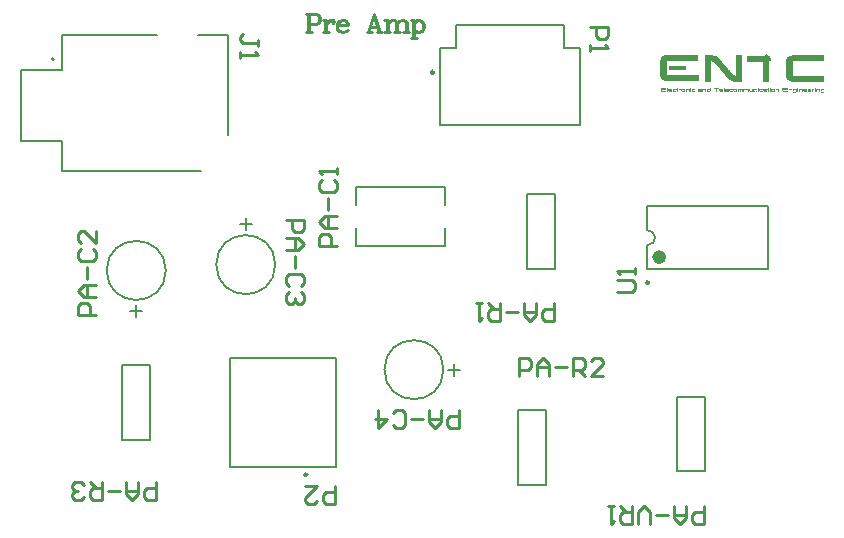
<source format=gto>
G04*
G04 #@! TF.GenerationSoftware,Altium Limited,Altium Designer,25.2.1 (25)*
G04*
G04 Layer_Color=65535*
%FSLAX25Y25*%
%MOIN*%
G70*
G04*
G04 #@! TF.SameCoordinates,850D5FA2-28C2-4C25-8C15-A94B59A84C3C*
G04*
G04*
G04 #@! TF.FilePolarity,Positive*
G04*
G01*
G75*
%ADD10C,0.00984*%
%ADD11C,0.00787*%
%ADD12C,0.02362*%
%ADD13C,0.00500*%
%ADD14C,0.01000*%
%ADD15C,0.00591*%
G36*
X307225Y463956D02*
Y463894D01*
Y463281D01*
X307164D01*
Y463342D01*
X301705D01*
Y463281D01*
X301643D01*
Y463342D01*
X301582D01*
Y463404D01*
X301643D01*
Y464630D01*
X301582D01*
Y464692D01*
X301643D01*
Y464753D01*
X307225D01*
Y463956D01*
D02*
G37*
G36*
X326057Y459478D02*
X323235D01*
Y459539D01*
X322867D01*
Y459600D01*
X322683D01*
Y459662D01*
X322499D01*
Y459723D01*
X322315D01*
Y459785D01*
X322192D01*
Y459846D01*
X322131D01*
Y459907D01*
X322008D01*
Y459969D01*
X321886D01*
Y460030D01*
X321824D01*
Y460091D01*
X321763D01*
Y460153D01*
X321640D01*
Y460214D01*
X321579D01*
Y460275D01*
X321517D01*
Y460337D01*
X321456D01*
Y460398D01*
X321395D01*
Y460459D01*
X321334D01*
Y460521D01*
X321272D01*
Y460582D01*
X321211D01*
Y460643D01*
X321149D01*
Y460766D01*
X321088D01*
Y460827D01*
X321027D01*
Y460889D01*
X320966D01*
Y460950D01*
X320904D01*
Y461011D01*
X320843D01*
Y461073D01*
X320781D01*
Y461195D01*
X320720D01*
Y461257D01*
X320659D01*
Y461318D01*
X320597D01*
Y461379D01*
X320536D01*
Y461441D01*
X320475D01*
Y461502D01*
X320413D01*
Y461625D01*
X320352D01*
Y461686D01*
X320291D01*
Y461747D01*
X320229D01*
Y461809D01*
X320168D01*
Y461870D01*
X320107D01*
Y461931D01*
X320045D01*
Y462054D01*
X319984D01*
Y462115D01*
X319923D01*
Y462177D01*
X319861D01*
Y462238D01*
X319800D01*
Y462299D01*
X319739D01*
Y462361D01*
X319677D01*
Y462484D01*
X319616D01*
Y462545D01*
X319555D01*
Y462606D01*
X319493D01*
Y462668D01*
X319432D01*
Y462729D01*
X319371D01*
Y462790D01*
X319309D01*
Y462913D01*
X319248D01*
Y462974D01*
X319187D01*
Y463036D01*
X319125D01*
Y463097D01*
X319064D01*
Y463158D01*
X319003D01*
Y463220D01*
X318941D01*
Y463342D01*
X318880D01*
Y463404D01*
X318819D01*
Y463465D01*
X318757D01*
Y463526D01*
X318696D01*
Y463588D01*
X318635D01*
Y463649D01*
X318573D01*
Y463772D01*
X318512D01*
Y463833D01*
X318450D01*
Y463894D01*
X318389D01*
Y463956D01*
X318328D01*
Y464017D01*
X318267D01*
Y464078D01*
X318205D01*
Y464201D01*
X318144D01*
Y464262D01*
X318082D01*
Y464324D01*
X318021D01*
Y464385D01*
X317960D01*
Y464446D01*
X317899D01*
Y464508D01*
X317837D01*
Y464630D01*
X317776D01*
Y464692D01*
X317714D01*
Y464753D01*
X317653D01*
Y464814D01*
X317592D01*
Y464876D01*
X317530D01*
Y464937D01*
X317469D01*
Y465060D01*
X317408D01*
Y465121D01*
X317346D01*
Y465182D01*
X317285D01*
Y465244D01*
X317224D01*
Y465305D01*
X317162D01*
Y465367D01*
X317101D01*
Y465489D01*
X317040D01*
Y465551D01*
X316978D01*
Y465612D01*
X316917D01*
Y465673D01*
X316856D01*
Y465734D01*
X316794D01*
Y465796D01*
X316733D01*
Y465857D01*
X316610D01*
Y465919D01*
X316549D01*
Y465980D01*
X316426D01*
Y466041D01*
X316365D01*
Y466103D01*
X316181D01*
Y466164D01*
X315997D01*
Y466225D01*
X315629D01*
Y459478D01*
X313543D01*
Y468250D01*
X316426D01*
Y468188D01*
X316733D01*
Y468127D01*
X316917D01*
Y468066D01*
X317101D01*
Y468004D01*
X317224D01*
Y467943D01*
X317346D01*
Y467881D01*
X317469D01*
Y467820D01*
X317530D01*
Y467759D01*
X317653D01*
Y467697D01*
X317714D01*
Y467636D01*
X317837D01*
Y467575D01*
X317899D01*
Y467513D01*
X317960D01*
Y467452D01*
X318021D01*
Y467391D01*
X318082D01*
Y467329D01*
X318144D01*
Y467268D01*
X318205D01*
Y467207D01*
X318267D01*
Y467145D01*
X318328D01*
Y467084D01*
X318389D01*
Y467023D01*
X318450D01*
Y466961D01*
X318512D01*
Y466900D01*
X318573D01*
Y466777D01*
X318635D01*
Y466716D01*
X318696D01*
Y466655D01*
X318757D01*
Y466593D01*
X318819D01*
Y466532D01*
X318880D01*
Y466471D01*
X318941D01*
Y466348D01*
X319003D01*
Y466287D01*
X319064D01*
Y466225D01*
X319125D01*
Y466164D01*
X319187D01*
Y466103D01*
X319248D01*
Y466041D01*
X319309D01*
Y465980D01*
X319371D01*
Y465857D01*
X319432D01*
Y465796D01*
X319493D01*
Y465734D01*
X319555D01*
Y465673D01*
X319616D01*
Y465612D01*
X319677D01*
Y465551D01*
X319739D01*
Y465489D01*
X319800D01*
Y465367D01*
X319861D01*
Y465305D01*
X319923D01*
Y465244D01*
X319984D01*
Y465182D01*
X320045D01*
Y465121D01*
X320107D01*
Y465060D01*
X320168D01*
Y464937D01*
X320229D01*
Y464876D01*
X320291D01*
Y464814D01*
X320352D01*
Y464753D01*
X320413D01*
Y464692D01*
X320475D01*
Y464630D01*
X320536D01*
Y464569D01*
X320597D01*
Y464446D01*
X320659D01*
Y464385D01*
X320720D01*
Y464324D01*
X320781D01*
Y464262D01*
X320843D01*
Y464201D01*
X320904D01*
Y464140D01*
X320966D01*
Y464017D01*
X321027D01*
Y463956D01*
X321088D01*
Y463894D01*
X321149D01*
Y463833D01*
X321211D01*
Y463772D01*
X321272D01*
Y463710D01*
X321334D01*
Y463649D01*
X321395D01*
Y463526D01*
X321456D01*
Y463465D01*
X321517D01*
Y463404D01*
X321579D01*
Y463342D01*
X321640D01*
Y463281D01*
X321702D01*
Y463220D01*
X321763D01*
Y463097D01*
X321824D01*
Y463036D01*
X321886D01*
Y462974D01*
X321947D01*
Y462913D01*
X322008D01*
Y462852D01*
X322070D01*
Y462790D01*
X322131D01*
Y462729D01*
X322192D01*
Y462606D01*
X322254D01*
Y462545D01*
X322315D01*
Y462484D01*
X322376D01*
Y462422D01*
X322438D01*
Y462361D01*
X322499D01*
Y462299D01*
X322560D01*
Y462177D01*
X322622D01*
Y462115D01*
X322683D01*
Y462054D01*
X322744D01*
Y461993D01*
X322806D01*
Y461931D01*
X322928D01*
Y461870D01*
X322990D01*
Y461809D01*
X323051D01*
Y461747D01*
X323174D01*
Y461686D01*
X323296D01*
Y461625D01*
X323419D01*
Y461563D01*
X323603D01*
Y461502D01*
X323971D01*
Y468250D01*
X326057D01*
Y459478D01*
D02*
G37*
G36*
X311396Y466409D02*
X301214D01*
Y466348D01*
X301091D01*
Y466287D01*
X300969D01*
Y466164D01*
X300907D01*
Y461870D01*
X300969D01*
Y461809D01*
X301030D01*
Y461747D01*
X301153D01*
Y461686D01*
X311396D01*
Y461625D01*
X311458D01*
Y459662D01*
X311396D01*
Y459600D01*
X301214D01*
Y459662D01*
X300539D01*
Y459723D01*
X300294D01*
Y459785D01*
X300048D01*
Y459846D01*
X299864D01*
Y459907D01*
X299742D01*
Y459969D01*
X299619D01*
Y460030D01*
X299558D01*
Y460091D01*
X299435D01*
Y460153D01*
X299374D01*
Y460214D01*
X299312D01*
Y460275D01*
X299251D01*
Y460337D01*
X299190D01*
Y460398D01*
X299128D01*
Y460459D01*
X299067D01*
Y460582D01*
X299006D01*
Y460705D01*
X298944D01*
Y460827D01*
X298883D01*
Y460950D01*
X298822D01*
Y461195D01*
X298760D01*
Y466839D01*
X298822D01*
Y467084D01*
X298883D01*
Y467268D01*
X298944D01*
Y467391D01*
X299006D01*
Y467513D01*
X299067D01*
Y467575D01*
X299128D01*
Y467636D01*
X299190D01*
Y467759D01*
X299251D01*
Y467820D01*
X299374D01*
Y467881D01*
X299435D01*
Y467943D01*
X299496D01*
Y468004D01*
X299619D01*
Y468066D01*
X299680D01*
Y468127D01*
X299803D01*
Y468188D01*
X299987D01*
Y468250D01*
X300171D01*
Y468311D01*
X300416D01*
Y468372D01*
X300846D01*
Y468434D01*
X311396D01*
Y466409D01*
D02*
G37*
G36*
X353292Y466225D02*
X343048D01*
Y466164D01*
X342925D01*
Y466103D01*
X342864D01*
Y466041D01*
X342803D01*
Y465980D01*
Y465919D01*
Y461686D01*
X342864D01*
Y461625D01*
X342925D01*
Y461563D01*
X343048D01*
Y461502D01*
X353353D01*
Y459478D01*
X342619D01*
Y459539D01*
X342250D01*
Y459600D01*
X342005D01*
Y459662D01*
X341821D01*
Y459723D01*
X341699D01*
Y459785D01*
X341576D01*
Y459846D01*
X341453D01*
Y459907D01*
X341392D01*
Y459969D01*
X341269D01*
Y460030D01*
X341208D01*
Y460091D01*
X341146D01*
Y460153D01*
X341085D01*
Y460214D01*
X341024D01*
Y460337D01*
X340962D01*
Y460398D01*
X340901D01*
Y460521D01*
X340840D01*
Y460643D01*
X340778D01*
Y460827D01*
X340717D01*
Y461011D01*
X340656D01*
Y461563D01*
X340594D01*
Y466164D01*
X340656D01*
Y466716D01*
X340717D01*
Y466961D01*
X340778D01*
Y467084D01*
X340840D01*
Y467207D01*
X340901D01*
Y467329D01*
X340962D01*
Y467452D01*
X341024D01*
Y467513D01*
X341085D01*
Y467575D01*
X341146D01*
Y467636D01*
X341208D01*
Y467697D01*
X341269D01*
Y467759D01*
X341330D01*
Y467820D01*
X341453D01*
Y467881D01*
X341576D01*
Y467943D01*
X341637D01*
Y468004D01*
X341821D01*
Y468066D01*
X342005D01*
Y468127D01*
X342189D01*
Y468188D01*
X342557D01*
Y468250D01*
X353292D01*
Y466225D01*
D02*
G37*
G36*
X333908Y468617D02*
X334031D01*
Y468556D01*
X334215D01*
Y468495D01*
X334338D01*
Y468434D01*
X334460D01*
Y468372D01*
X334522D01*
Y468311D01*
X334644D01*
Y468250D01*
X334706D01*
Y468188D01*
X334767D01*
Y468127D01*
X334890D01*
Y468066D01*
X334951D01*
Y468004D01*
X335012D01*
Y467943D01*
X335074D01*
Y467881D01*
X335135D01*
Y467820D01*
X335196D01*
Y467697D01*
X335258D01*
Y467636D01*
X335319D01*
Y467575D01*
X335380D01*
Y467452D01*
X335442D01*
Y467329D01*
X335503D01*
Y467207D01*
X335564D01*
Y467084D01*
X335626D01*
Y466900D01*
X335687D01*
Y466777D01*
Y466716D01*
Y466593D01*
X335749D01*
Y466225D01*
X335012D01*
Y459233D01*
X332866D01*
Y465980D01*
X327713D01*
Y468004D01*
X333601D01*
Y468127D01*
X333663D01*
Y468311D01*
X333724D01*
Y468495D01*
X333786D01*
Y468617D01*
X333847D01*
Y468679D01*
X333908D01*
Y468617D01*
D02*
G37*
G36*
X350470Y457208D02*
X350163D01*
Y457392D01*
X350470D01*
Y457208D01*
D02*
G37*
G36*
X344704D02*
X344397D01*
Y457392D01*
X344704D01*
Y457208D01*
D02*
G37*
G36*
X335442D02*
X335135D01*
Y457392D01*
X335442D01*
Y457208D01*
D02*
G37*
G36*
X331577Y457331D02*
Y457270D01*
X331516D01*
Y457208D01*
X331271D01*
Y457270D01*
X331209D01*
Y457392D01*
X331577D01*
Y457331D01*
D02*
G37*
G36*
X309004D02*
Y457270D01*
Y457208D01*
X308697D01*
Y457392D01*
X309004D01*
Y457331D01*
D02*
G37*
G36*
X318328Y457086D02*
X318267D01*
Y457147D01*
X317653D01*
Y457086D01*
X317592D01*
Y456779D01*
Y456717D01*
Y456166D01*
X317285D01*
Y457086D01*
X317224D01*
Y457147D01*
X316610D01*
Y457086D01*
X316549D01*
Y457147D01*
X316488D01*
Y457392D01*
X318328D01*
Y457086D01*
D02*
G37*
G36*
X300723Y457147D02*
X300662D01*
Y457086D01*
X300601D01*
Y457147D01*
X299251D01*
Y457086D01*
X299190D01*
Y456902D01*
X300723D01*
Y456656D01*
X300662D01*
Y456595D01*
X299190D01*
Y456411D01*
X300723D01*
Y456166D01*
X299006D01*
Y456227D01*
X298944D01*
Y456288D01*
X298883D01*
Y457270D01*
X298944D01*
Y457331D01*
X299067D01*
Y457392D01*
X300723D01*
Y457147D01*
D02*
G37*
G36*
X329553Y456288D02*
X329492D01*
Y456227D01*
X329430D01*
Y456166D01*
X328449D01*
Y456227D01*
X328326D01*
Y456350D01*
X328265D01*
Y457024D01*
X328633D01*
Y456963D01*
X328572D01*
Y456411D01*
X329246D01*
Y457024D01*
X329553D01*
Y456288D01*
D02*
G37*
G36*
X351697Y457024D02*
X351820D01*
Y456963D01*
X351881D01*
Y456902D01*
X351942D01*
Y456166D01*
X351636D01*
Y456779D01*
X351574D01*
Y456840D01*
X350961D01*
Y456166D01*
X350593D01*
Y457024D01*
X350654D01*
Y457086D01*
X351697D01*
Y457024D01*
D02*
G37*
G36*
X350470Y456166D02*
X350163D01*
Y456472D01*
Y456533D01*
Y457086D01*
X350470D01*
Y456166D01*
D02*
G37*
G36*
X350041Y456840D02*
X349550D01*
Y456779D01*
X349489D01*
Y456411D01*
Y456350D01*
Y456227D01*
X349550D01*
Y456166D01*
X349182D01*
Y456840D01*
X349243D01*
Y456963D01*
X349305D01*
Y457024D01*
X349427D01*
Y457086D01*
X350041D01*
Y456840D01*
D02*
G37*
G36*
X348875Y457024D02*
X348998D01*
Y456595D01*
X348937D01*
Y456533D01*
X348078D01*
Y456411D01*
X348998D01*
Y456166D01*
X347894D01*
Y456227D01*
X347832D01*
Y456350D01*
X347771D01*
Y456902D01*
X347832D01*
Y457024D01*
X347955D01*
Y457086D01*
X348875D01*
Y457024D01*
D02*
G37*
G36*
X347464D02*
X347587D01*
Y456595D01*
X347526D01*
Y456533D01*
X346667D01*
Y456411D01*
X347526D01*
Y456350D01*
X347587D01*
Y456166D01*
X346483D01*
Y456227D01*
X346422D01*
Y456288D01*
X346360D01*
Y456902D01*
X346422D01*
Y457024D01*
X346544D01*
Y457086D01*
X347464D01*
Y457024D01*
D02*
G37*
G36*
X345992D02*
X346115D01*
Y456963D01*
X346176D01*
Y456166D01*
X345870D01*
Y456533D01*
Y456595D01*
Y456840D01*
X345195D01*
Y456166D01*
X344888D01*
Y457086D01*
X345992D01*
Y457024D01*
D02*
G37*
G36*
X344704Y456166D02*
X344397D01*
Y457086D01*
X344704D01*
Y456166D01*
D02*
G37*
G36*
X342557Y457024D02*
X342680D01*
Y456963D01*
X342741D01*
Y456166D01*
X342435D01*
Y456840D01*
X341760D01*
Y456166D01*
X341453D01*
Y457086D01*
X342557D01*
Y457024D01*
D02*
G37*
G36*
X341269Y457147D02*
X339797D01*
Y457086D01*
X339736D01*
Y456902D01*
X341269D01*
Y456595D01*
X339736D01*
Y456411D01*
X341269D01*
Y456166D01*
X339551D01*
Y456227D01*
X339490D01*
Y456288D01*
X339429D01*
Y457270D01*
X339490D01*
Y457331D01*
X339613D01*
Y457392D01*
X341269D01*
Y457147D01*
D02*
G37*
G36*
X338202Y457024D02*
X338325D01*
Y456963D01*
X338386D01*
Y456166D01*
X338079D01*
Y456840D01*
X337405D01*
Y456288D01*
Y456227D01*
Y456166D01*
X337098D01*
Y457086D01*
X338202D01*
Y457024D01*
D02*
G37*
G36*
X336730D02*
X336853D01*
Y456963D01*
X336914D01*
Y456288D01*
X336853D01*
Y456227D01*
X336791D01*
Y456166D01*
X335749D01*
Y456227D01*
X335687D01*
Y456288D01*
X335626D01*
Y456902D01*
X335687D01*
Y456963D01*
X335749D01*
Y457024D01*
X335871D01*
Y457086D01*
X336730D01*
Y457024D01*
D02*
G37*
G36*
X335442Y456166D02*
X335135D01*
Y457086D01*
X335442D01*
Y456166D01*
D02*
G37*
G36*
X334828Y457086D02*
X335012D01*
Y456840D01*
X334828D01*
Y456166D01*
X334522D01*
Y456840D01*
X334399D01*
Y456902D01*
X334338D01*
Y457024D01*
X334399D01*
Y457086D01*
X334522D01*
Y457331D01*
X334828D01*
Y457086D01*
D02*
G37*
G36*
X334092Y457024D02*
X334215D01*
Y456902D01*
X334276D01*
Y456288D01*
X334215D01*
Y456227D01*
X334154D01*
Y456166D01*
X333111D01*
Y456227D01*
X333050D01*
Y456595D01*
X333111D01*
Y456656D01*
X333233D01*
Y456717D01*
X333970D01*
Y456840D01*
X333050D01*
Y457086D01*
X334092D01*
Y457024D01*
D02*
G37*
G36*
X332866D02*
Y456840D01*
X332068D01*
Y456411D01*
X332866D01*
Y456166D01*
X331884D01*
Y456227D01*
X331823D01*
Y456288D01*
X331761D01*
Y456963D01*
X331823D01*
Y457024D01*
X331945D01*
Y457086D01*
X332866D01*
Y457024D01*
D02*
G37*
G36*
X331516D02*
X331577D01*
Y456166D01*
X331209D01*
Y456288D01*
Y456350D01*
Y457024D01*
X331271D01*
Y457086D01*
X331516D01*
Y457024D01*
D02*
G37*
G36*
X330841D02*
X330964D01*
Y456963D01*
X331025D01*
Y456902D01*
X331087D01*
Y456533D01*
Y456472D01*
Y456166D01*
X330719D01*
Y456227D01*
X330780D01*
Y456779D01*
X330719D01*
Y456840D01*
X330105D01*
Y456779D01*
X330044D01*
Y456227D01*
X330105D01*
Y456166D01*
X329737D01*
Y457086D01*
X330841D01*
Y457024D01*
D02*
G37*
G36*
X327897D02*
X328020D01*
Y456963D01*
X328081D01*
Y456902D01*
X328142D01*
Y456166D01*
X327774D01*
Y456227D01*
X327836D01*
Y456779D01*
X327774D01*
Y456840D01*
X327406D01*
Y456166D01*
X327099D01*
Y456840D01*
X326731D01*
Y456166D01*
X326363D01*
Y456227D01*
X326425D01*
Y457086D01*
X327897D01*
Y457024D01*
D02*
G37*
G36*
X325995D02*
X326118D01*
Y456963D01*
X326179D01*
Y456227D01*
X326241D01*
Y456166D01*
X325873D01*
Y456840D01*
X325505D01*
Y456779D01*
Y456166D01*
X325198D01*
Y456840D01*
X324769D01*
Y456166D01*
X324462D01*
Y457086D01*
X325995D01*
Y457024D01*
D02*
G37*
G36*
X324094D02*
X324217D01*
Y456963D01*
X324278D01*
Y456840D01*
X324339D01*
Y456411D01*
X324278D01*
Y456227D01*
X324155D01*
Y456166D01*
X323112D01*
Y456227D01*
X323051D01*
Y456350D01*
X322990D01*
Y456902D01*
X323051D01*
Y456963D01*
X323112D01*
Y457024D01*
X323235D01*
Y457086D01*
X324094D01*
Y457024D01*
D02*
G37*
G36*
X322806Y456840D02*
X322008D01*
Y456411D01*
X322806D01*
Y456350D01*
X322867D01*
Y456166D01*
X321824D01*
Y456227D01*
X321763D01*
Y456288D01*
X321702D01*
Y456902D01*
X321763D01*
Y457024D01*
X321886D01*
Y457086D01*
X322806D01*
Y456840D01*
D02*
G37*
G36*
X321395Y457024D02*
X321517D01*
Y456595D01*
X321456D01*
Y456533D01*
X320597D01*
Y456411D01*
X321517D01*
Y456166D01*
X320413D01*
Y456227D01*
X320352D01*
Y456350D01*
X320291D01*
Y456902D01*
X320352D01*
Y457024D01*
X320475D01*
Y457086D01*
X321395D01*
Y457024D01*
D02*
G37*
G36*
X320107Y456166D02*
X319800D01*
Y456595D01*
Y456656D01*
Y457392D01*
X320107D01*
Y456166D01*
D02*
G37*
G36*
X319493Y457024D02*
X319555D01*
Y456963D01*
X319616D01*
Y456595D01*
X319493D01*
Y456533D01*
X318696D01*
Y456411D01*
X319555D01*
Y456350D01*
X319616D01*
Y456166D01*
X318512D01*
Y456227D01*
X318450D01*
Y456288D01*
X318389D01*
Y456350D01*
Y456963D01*
X318450D01*
Y457024D01*
X318573D01*
Y457086D01*
X319493D01*
Y457024D01*
D02*
G37*
G36*
X315506Y456288D02*
X315445D01*
Y456227D01*
X315384D01*
Y456166D01*
X314341D01*
Y456227D01*
X314279D01*
Y456288D01*
X314218D01*
Y456902D01*
X314279D01*
Y457024D01*
X314402D01*
Y457086D01*
X315199D01*
Y457392D01*
X315506D01*
Y456288D01*
D02*
G37*
G36*
X313789Y457024D02*
X313911D01*
Y456963D01*
X313973D01*
Y456902D01*
X314034D01*
Y456166D01*
X313727D01*
Y456779D01*
X313666D01*
Y456840D01*
X313053D01*
Y456166D01*
X312684D01*
Y457024D01*
X312746D01*
Y457086D01*
X313789D01*
Y457024D01*
D02*
G37*
G36*
X312378D02*
X312501D01*
Y456902D01*
X312562D01*
Y456288D01*
X312501D01*
Y456227D01*
X312439D01*
Y456166D01*
X311396D01*
Y456227D01*
X311335D01*
Y456533D01*
Y456595D01*
X311396D01*
Y456656D01*
X311519D01*
Y456717D01*
X312255D01*
Y456779D01*
X312194D01*
Y456840D01*
X311335D01*
Y457086D01*
X312378D01*
Y457024D01*
D02*
G37*
G36*
X310354Y456840D02*
X309556D01*
Y456779D01*
X309495D01*
Y456411D01*
X310292D01*
Y456350D01*
X310354D01*
Y456166D01*
X309311D01*
Y456227D01*
X309249D01*
Y456350D01*
X309188D01*
Y456840D01*
X309249D01*
Y456963D01*
X309311D01*
Y457024D01*
X309434D01*
Y457086D01*
X310354D01*
Y456840D01*
D02*
G37*
G36*
X309004Y456166D02*
X308697D01*
Y457086D01*
X309004D01*
Y456166D01*
D02*
G37*
G36*
X308329Y457024D02*
X308391D01*
Y456963D01*
X308452D01*
Y456902D01*
X308513D01*
Y456166D01*
X308207D01*
Y456840D01*
X307532D01*
Y456166D01*
X307225D01*
Y457086D01*
X308329D01*
Y457024D01*
D02*
G37*
G36*
X306857D02*
X306919D01*
Y456963D01*
X306980D01*
Y456902D01*
X307041D01*
Y456288D01*
X306980D01*
Y456227D01*
X306919D01*
Y456166D01*
X305876D01*
Y456227D01*
X305814D01*
Y456288D01*
X305753D01*
Y456533D01*
Y456595D01*
Y456963D01*
X305814D01*
Y457024D01*
X305937D01*
Y457086D01*
X306857D01*
Y457024D01*
D02*
G37*
G36*
X305630Y456840D02*
X305140D01*
Y456779D01*
X305078D01*
Y456472D01*
Y456411D01*
Y456166D01*
X304772D01*
Y456902D01*
X304833D01*
Y456963D01*
X304894D01*
Y457024D01*
X305017D01*
Y457086D01*
X305630D01*
Y456840D01*
D02*
G37*
G36*
X304465Y457086D02*
X304649D01*
Y456840D01*
X304465D01*
Y456166D01*
X304158D01*
Y456227D01*
X304220D01*
Y456779D01*
X304158D01*
Y456840D01*
X304036D01*
Y457086D01*
X304158D01*
Y457147D01*
X304220D01*
Y457270D01*
X304158D01*
Y457331D01*
X304465D01*
Y457086D01*
D02*
G37*
G36*
X303913Y456840D02*
X303116D01*
Y456411D01*
X303913D01*
Y456166D01*
X302931D01*
Y456227D01*
X302870D01*
Y456288D01*
X302809D01*
Y456902D01*
Y456963D01*
X302870D01*
Y457024D01*
X302993D01*
Y457086D01*
X303913D01*
Y456840D01*
D02*
G37*
G36*
X302502Y457024D02*
X302563D01*
Y456963D01*
X302625D01*
Y456656D01*
X302563D01*
Y456595D01*
X302502D01*
Y456533D01*
X301705D01*
Y456411D01*
X302563D01*
Y456350D01*
X302625D01*
Y456166D01*
X301521D01*
Y456227D01*
X301459D01*
Y456288D01*
X301398D01*
Y456779D01*
Y456840D01*
Y456963D01*
X301459D01*
Y457024D01*
X301582D01*
Y457086D01*
X302502D01*
Y457024D01*
D02*
G37*
G36*
X301214Y456595D02*
Y456533D01*
Y456166D01*
X300907D01*
Y457392D01*
X301214D01*
Y456595D01*
D02*
G37*
G36*
X353230Y457024D02*
X353353D01*
Y456963D01*
X353414D01*
Y455981D01*
X353353D01*
Y455920D01*
X353292D01*
Y455859D01*
X352188D01*
Y456104D01*
X353108D01*
Y456288D01*
X352249D01*
Y456350D01*
X352188D01*
Y456411D01*
X352126D01*
Y456595D01*
Y456656D01*
Y456963D01*
X352188D01*
Y457024D01*
X352310D01*
Y457086D01*
X353230D01*
Y457024D01*
D02*
G37*
G36*
X344029D02*
X344152D01*
Y456963D01*
X344213D01*
Y455981D01*
X344152D01*
Y455920D01*
X344091D01*
Y455859D01*
X342987D01*
Y456104D01*
X343907D01*
Y456288D01*
X343048D01*
Y456350D01*
X342987D01*
Y456411D01*
X342925D01*
Y456963D01*
X342987D01*
Y457024D01*
X343109D01*
Y457086D01*
X344029D01*
Y457024D01*
D02*
G37*
%LPC*%
G36*
X348691Y456840D02*
X348139D01*
Y456779D01*
X348078D01*
Y456717D01*
X348691D01*
Y456840D01*
D02*
G37*
G36*
X347280D02*
X346728D01*
Y456779D01*
X346667D01*
Y456717D01*
X347280D01*
Y456840D01*
D02*
G37*
G36*
X336607D02*
X335932D01*
Y456411D01*
X336607D01*
Y456840D01*
D02*
G37*
G36*
X333970Y456533D02*
X333356D01*
Y456411D01*
X333970D01*
Y456533D01*
D02*
G37*
G36*
X323971Y456840D02*
X323358D01*
Y456779D01*
X323296D01*
Y456411D01*
X323971D01*
Y456779D01*
Y456840D01*
D02*
G37*
G36*
X321211D02*
X320659D01*
Y456779D01*
X320597D01*
Y456717D01*
X321211D01*
Y456840D01*
D02*
G37*
G36*
X319309D02*
X318696D01*
Y456717D01*
X319309D01*
Y456840D01*
D02*
G37*
G36*
X315199D02*
X314525D01*
Y456779D01*
Y456717D01*
Y456411D01*
X315199D01*
Y456840D01*
D02*
G37*
G36*
X312255Y456533D02*
X311642D01*
Y456411D01*
X312255D01*
Y456533D01*
D02*
G37*
G36*
X306734Y456840D02*
X306060D01*
Y456411D01*
X306734D01*
Y456840D01*
D02*
G37*
G36*
X302318D02*
X301705D01*
Y456717D01*
X302318D01*
Y456840D01*
D02*
G37*
G36*
X353108D02*
X352433D01*
Y456533D01*
X353108D01*
Y456840D01*
D02*
G37*
G36*
X343907D02*
X343232D01*
Y456533D01*
X343907D01*
Y456840D01*
D02*
G37*
%LPD*%
D10*
X223256Y462606D02*
G03*
X223256Y462606I-492J0D01*
G01*
X294874Y392500D02*
G03*
X294874Y392500I-492J0D01*
G01*
X180992Y328520D02*
G03*
X180992Y328520I-492J0D01*
G01*
D11*
X294421Y405000D02*
G03*
X294421Y410000I0J2500D01*
G01*
X226406Y363500D02*
G03*
X226406Y363500I-9843J0D01*
G01*
X170343Y398500D02*
G03*
X170343Y398500I-9843J0D01*
G01*
X133843Y396563D02*
G03*
X133843Y396563I-9843J0D01*
G01*
X96546Y466948D02*
G03*
X96546Y466948I-394J0D01*
G01*
X230441Y478354D02*
X266740D01*
Y470874D02*
Y478354D01*
Y470874D02*
X271858D01*
Y444890D02*
Y470874D01*
X225323Y444890D02*
X271858D01*
X225323D02*
Y470874D01*
X230441D01*
Y478354D01*
X304276Y329598D02*
X313724D01*
X304276D02*
Y354402D01*
X313724Y329598D02*
Y354402D01*
X304276D02*
X313724D01*
X294421Y397067D02*
X334579D01*
X294421Y417933D02*
X334579D01*
X294421Y397067D02*
Y405000D01*
Y410000D02*
Y417933D01*
X334579Y397067D02*
Y417933D01*
X251276Y349902D02*
X260724D01*
Y325098D02*
Y349902D01*
X251276Y325098D02*
Y349902D01*
Y325098D02*
X260724D01*
X254276Y397098D02*
X263724D01*
X254276D02*
Y421902D01*
X263724Y397098D02*
Y421902D01*
X254276D02*
X263724D01*
X155264Y331079D02*
X190736D01*
Y367496D01*
X155264D02*
X190736D01*
X155264Y331079D02*
Y367496D01*
X226764Y404658D02*
Y410760D01*
Y418240D02*
Y424342D01*
X197236D02*
X226764D01*
X197236Y404658D02*
Y410760D01*
Y418240D02*
Y424342D01*
Y404658D02*
X226764D01*
X119276Y340098D02*
X128724D01*
X119276D02*
Y364902D01*
X128724Y340098D02*
Y364902D01*
X119276D02*
X128724D01*
D12*
X299539Y401004D02*
G03*
X299539Y401004I-1181J0D01*
G01*
D13*
X85551Y463327D02*
X99331D01*
Y475138D01*
X130827D01*
X144606D02*
X154449D01*
Y441673D02*
Y475138D01*
X99331Y429862D02*
X145591D01*
X99331D02*
Y439705D01*
X85551D02*
X99331D01*
X85551D02*
Y463327D01*
D14*
X181357Y481998D02*
Y476000D01*
X181643Y481998D02*
Y476000D01*
X180500Y481998D02*
X183928D01*
X184785Y481713D01*
X185071Y481427D01*
X185356Y480856D01*
Y479999D01*
X185071Y479427D01*
X184785Y479142D01*
X183928Y478856D01*
X181643D01*
X183928Y481998D02*
X184499Y481713D01*
X184785Y481427D01*
X185071Y480856D01*
Y479999D01*
X184785Y479427D01*
X184499Y479142D01*
X183928Y478856D01*
X180500Y476000D02*
X182500D01*
X187013Y479999D02*
Y476000D01*
X187299Y479999D02*
Y476000D01*
Y478285D02*
X187584Y479142D01*
X188155Y479713D01*
X188727Y479999D01*
X189584D01*
X189869Y479713D01*
Y479427D01*
X189584Y479142D01*
X189298Y479427D01*
X189584Y479713D01*
X186156Y479999D02*
X187299D01*
X186156Y476000D02*
X188155D01*
X191069Y478285D02*
X194497D01*
Y478856D01*
X194211Y479427D01*
X193926Y479713D01*
X193354Y479999D01*
X192497D01*
X191640Y479713D01*
X191069Y479142D01*
X190784Y478285D01*
Y477713D01*
X191069Y476857D01*
X191640Y476285D01*
X192497Y476000D01*
X193069D01*
X193926Y476285D01*
X194497Y476857D01*
X194211Y478285D02*
Y479142D01*
X193926Y479713D01*
X192497Y479999D02*
X191926Y479713D01*
X191355Y479142D01*
X191069Y478285D01*
Y477713D01*
X191355Y476857D01*
X191926Y476285D01*
X192497Y476000D01*
X203381Y481998D02*
X201381Y476000D01*
X203381Y481998D02*
X205380Y476000D01*
X203381Y481141D02*
X205095Y476000D01*
X201953Y477713D02*
X204523D01*
X200810Y476000D02*
X202524D01*
X204238D02*
X205952D01*
X207580Y479999D02*
Y476000D01*
X207866Y479999D02*
Y476000D01*
Y479142D02*
X208437Y479713D01*
X209294Y479999D01*
X209865D01*
X210722Y479713D01*
X211008Y479142D01*
Y476000D01*
X209865Y479999D02*
X210436Y479713D01*
X210722Y479142D01*
Y476000D01*
X211008Y479142D02*
X211579Y479713D01*
X212436Y479999D01*
X213007D01*
X213864Y479713D01*
X214150Y479142D01*
Y476000D01*
X213007Y479999D02*
X213579Y479713D01*
X213864Y479142D01*
Y476000D01*
X206723Y479999D02*
X207866D01*
X206723Y476000D02*
X208722D01*
X209865D02*
X211865D01*
X213007D02*
X215007D01*
X216321Y479999D02*
Y474000D01*
X216606Y479999D02*
Y474000D01*
Y479142D02*
X217178Y479713D01*
X217749Y479999D01*
X218320D01*
X219177Y479713D01*
X219749Y479142D01*
X220034Y478285D01*
Y477713D01*
X219749Y476857D01*
X219177Y476285D01*
X218320Y476000D01*
X217749D01*
X217178Y476285D01*
X216606Y476857D01*
X218320Y479999D02*
X218892Y479713D01*
X219463Y479142D01*
X219749Y478285D01*
Y477713D01*
X219463Y476857D01*
X218892Y476285D01*
X218320Y476000D01*
X215464Y479999D02*
X216606D01*
X215464Y474000D02*
X217463D01*
X284352Y389350D02*
X289350D01*
X290350Y390350D01*
Y392349D01*
X289350Y393349D01*
X284352D01*
X290350Y395348D02*
Y397347D01*
Y396348D01*
X284352D01*
X285352Y395348D01*
X313250Y318150D02*
Y312152D01*
X310251D01*
X309251Y313152D01*
Y315151D01*
X310251Y316151D01*
X313250D01*
X307252Y318150D02*
Y314151D01*
X305253Y312152D01*
X303253Y314151D01*
Y318150D01*
Y315151D01*
X307252D01*
X301254D02*
X297255D01*
X295256Y312152D02*
Y316151D01*
X293256Y318150D01*
X291257Y316151D01*
Y312152D01*
X289258Y318150D02*
Y312152D01*
X286259D01*
X285259Y313152D01*
Y315151D01*
X286259Y316151D01*
X289258D01*
X287258D02*
X285259Y318150D01*
X283260D02*
X281260D01*
X282260D01*
Y312152D01*
X283260Y313152D01*
X130496Y325999D02*
Y320001D01*
X127496D01*
X126497Y321001D01*
Y323000D01*
X127496Y324000D01*
X130496D01*
X124497Y325999D02*
Y322000D01*
X122498Y320001D01*
X120499Y322000D01*
Y325999D01*
Y323000D01*
X124497D01*
X118499D02*
X114501D01*
X112501Y325999D02*
Y320001D01*
X109502D01*
X108503Y321001D01*
Y323000D01*
X109502Y324000D01*
X112501D01*
X110502D02*
X108503Y325999D01*
X106503Y321001D02*
X105503Y320001D01*
X103504D01*
X102505Y321001D01*
Y322000D01*
X103504Y323000D01*
X104504D01*
X103504D01*
X102505Y324000D01*
Y324999D01*
X103504Y325999D01*
X105503D01*
X106503Y324999D01*
X251750Y361350D02*
Y367348D01*
X254749D01*
X255749Y366348D01*
Y364349D01*
X254749Y363349D01*
X251750D01*
X257748Y361350D02*
Y365349D01*
X259747Y367348D01*
X261747Y365349D01*
Y361350D01*
Y364349D01*
X257748D01*
X263746D02*
X267745D01*
X269744Y361350D02*
Y367348D01*
X272743D01*
X273743Y366348D01*
Y364349D01*
X272743Y363349D01*
X269744D01*
X271743D02*
X273743Y361350D01*
X279741D02*
X275742D01*
X279741Y365349D01*
Y366348D01*
X278741Y367348D01*
X276742D01*
X275742Y366348D01*
X263250Y385650D02*
Y379652D01*
X260251D01*
X259251Y380652D01*
Y382651D01*
X260251Y383651D01*
X263250D01*
X257252Y385650D02*
Y381651D01*
X255253Y379652D01*
X253253Y381651D01*
Y385650D01*
Y382651D01*
X257252D01*
X251254D02*
X247255D01*
X245256Y385650D02*
Y379652D01*
X242257D01*
X241257Y380652D01*
Y382651D01*
X242257Y383651D01*
X245256D01*
X243256D02*
X241257Y385650D01*
X239258D02*
X237258D01*
X238258D01*
Y379652D01*
X239258Y380652D01*
X231513Y350150D02*
Y344152D01*
X228514D01*
X227514Y345152D01*
Y347151D01*
X228514Y348151D01*
X231513D01*
X225515Y350150D02*
Y346151D01*
X223516Y344152D01*
X221516Y346151D01*
Y350150D01*
Y347151D01*
X225515D01*
X219517D02*
X215518D01*
X209520Y345152D02*
X210520Y344152D01*
X212519D01*
X213519Y345152D01*
Y349150D01*
X212519Y350150D01*
X210520D01*
X209520Y349150D01*
X204522Y350150D02*
Y344152D01*
X207521Y347151D01*
X203522D01*
X173850Y413450D02*
X179848D01*
Y410451D01*
X178848Y409451D01*
X176849D01*
X175849Y410451D01*
Y413450D01*
X173850Y407452D02*
X177849D01*
X179848Y405453D01*
X177849Y403453D01*
X173850D01*
X176849D01*
Y407452D01*
Y401454D02*
Y397455D01*
X178848Y391457D02*
X179848Y392457D01*
Y394456D01*
X178848Y395456D01*
X174850D01*
X173850Y394456D01*
Y392457D01*
X174850Y391457D01*
X178848Y389458D02*
X179848Y388458D01*
Y386459D01*
X178848Y385459D01*
X177849D01*
X176849Y386459D01*
Y387458D01*
Y386459D01*
X175849Y385459D01*
X174850D01*
X173850Y386459D01*
Y388458D01*
X174850Y389458D01*
X110650Y381613D02*
X104652D01*
Y384612D01*
X105652Y385612D01*
X107651D01*
X108651Y384612D01*
Y381613D01*
X110650Y387611D02*
X106651D01*
X104652Y389610D01*
X106651Y391610D01*
X110650D01*
X107651D01*
Y387611D01*
Y393609D02*
Y397608D01*
X105652Y403606D02*
X104652Y402606D01*
Y400607D01*
X105652Y399607D01*
X109650D01*
X110650Y400607D01*
Y402606D01*
X109650Y403606D01*
X110650Y409604D02*
Y405605D01*
X106651Y409604D01*
X105652D01*
X104652Y408604D01*
Y406605D01*
X105652Y405605D01*
X190850Y404850D02*
X184852D01*
Y407849D01*
X185852Y408849D01*
X187851D01*
X188851Y407849D01*
Y404850D01*
X190850Y410848D02*
X186851D01*
X184852Y412847D01*
X186851Y414847D01*
X190850D01*
X187851D01*
Y410848D01*
Y416846D02*
Y420845D01*
X185852Y426843D02*
X184852Y425843D01*
Y423844D01*
X185852Y422844D01*
X189850D01*
X190850Y423844D01*
Y425843D01*
X189850Y426843D01*
X190850Y428842D02*
Y430842D01*
Y429842D01*
X184852D01*
X185852Y428842D01*
X190250Y324550D02*
Y318552D01*
X187251D01*
X186251Y319552D01*
Y321551D01*
X187251Y322551D01*
X190250D01*
X180253Y324550D02*
X184252D01*
X180253Y320551D01*
Y319552D01*
X181253Y318552D01*
X183252D01*
X184252Y319552D01*
X275341Y477829D02*
X281339D01*
Y474830D01*
X280339Y473830D01*
X278340D01*
X277340Y474830D01*
Y477829D01*
X275341Y471831D02*
Y469831D01*
Y470831D01*
X281339D01*
X280339Y471831D01*
X164548Y471251D02*
Y473251D01*
Y472251D01*
X159550D01*
X158550Y473251D01*
Y474250D01*
X159550Y475250D01*
X158550Y469252D02*
Y467253D01*
Y468252D01*
X164548D01*
X163548Y469252D01*
D15*
X231949Y363450D02*
X228013D01*
X229981Y361482D02*
Y365418D01*
X160550Y413886D02*
Y409950D01*
X162518Y411918D02*
X158582D01*
X123950Y381177D02*
Y385113D01*
X121982Y383145D02*
X125918D01*
M02*

</source>
